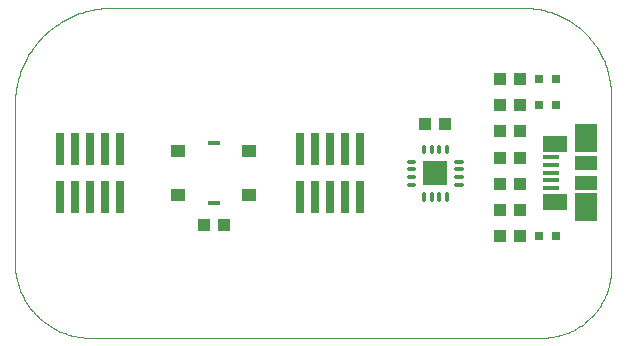
<source format=gtp>
G75*
%MOIN*%
%OFA0B0*%
%FSLAX25Y25*%
%IPPOS*%
%LPD*%
%AMOC8*
5,1,8,0,0,1.08239X$1,22.5*
%
%ADD10C,0.00000*%
%ADD11R,0.03000X0.11000*%
%ADD12R,0.05433X0.01772*%
%ADD13R,0.08268X0.05807*%
%ADD14R,0.07480X0.09350*%
%ADD15R,0.07480X0.04626*%
%ADD16R,0.03937X0.04331*%
%ADD17R,0.04331X0.03937*%
%ADD18C,0.01033*%
%ADD19R,0.08465X0.08465*%
%ADD20R,0.03150X0.03150*%
%ADD21R,0.04724X0.03937*%
%ADD22R,0.04724X0.04331*%
%ADD23R,0.03937X0.01772*%
D10*
X0026500Y0001500D02*
X0177172Y0001500D01*
X0177728Y0001507D01*
X0178285Y0001527D01*
X0178840Y0001560D01*
X0179395Y0001608D01*
X0179948Y0001668D01*
X0180499Y0001742D01*
X0181049Y0001829D01*
X0181596Y0001929D01*
X0182141Y0002043D01*
X0182683Y0002169D01*
X0183222Y0002309D01*
X0183757Y0002462D01*
X0184288Y0002627D01*
X0184816Y0002805D01*
X0185338Y0002997D01*
X0185856Y0003200D01*
X0186369Y0003416D01*
X0186876Y0003645D01*
X0187378Y0003885D01*
X0187874Y0004138D01*
X0188364Y0004402D01*
X0188847Y0004679D01*
X0189323Y0004967D01*
X0189792Y0005266D01*
X0190254Y0005577D01*
X0190708Y0005898D01*
X0191154Y0006231D01*
X0191592Y0006574D01*
X0192022Y0006928D01*
X0192443Y0007292D01*
X0192855Y0007666D01*
X0193258Y0008049D01*
X0193652Y0008443D01*
X0194035Y0008846D01*
X0194409Y0009258D01*
X0194773Y0009679D01*
X0195127Y0010109D01*
X0195470Y0010547D01*
X0195803Y0010993D01*
X0196124Y0011447D01*
X0196435Y0011909D01*
X0196734Y0012378D01*
X0197022Y0012854D01*
X0197299Y0013337D01*
X0197563Y0013827D01*
X0197816Y0014323D01*
X0198056Y0014825D01*
X0198285Y0015332D01*
X0198501Y0015845D01*
X0198704Y0016363D01*
X0198896Y0016885D01*
X0199074Y0017413D01*
X0199239Y0017944D01*
X0199392Y0018479D01*
X0199532Y0019018D01*
X0199658Y0019560D01*
X0199772Y0020105D01*
X0199872Y0020652D01*
X0199959Y0021202D01*
X0200033Y0021753D01*
X0200093Y0022306D01*
X0200141Y0022861D01*
X0200174Y0023416D01*
X0200194Y0023973D01*
X0200201Y0024529D01*
X0200201Y0082276D01*
X0200192Y0082981D01*
X0200167Y0083686D01*
X0200124Y0084390D01*
X0200065Y0085093D01*
X0199988Y0085794D01*
X0199895Y0086493D01*
X0199784Y0087189D01*
X0199657Y0087883D01*
X0199513Y0088573D01*
X0199353Y0089260D01*
X0199176Y0089943D01*
X0198982Y0090621D01*
X0198773Y0091294D01*
X0198547Y0091962D01*
X0198305Y0092625D01*
X0198046Y0093281D01*
X0197773Y0093931D01*
X0197483Y0094574D01*
X0197178Y0095210D01*
X0196858Y0095838D01*
X0196523Y0096459D01*
X0196173Y0097071D01*
X0195808Y0097675D01*
X0195429Y0098269D01*
X0195035Y0098854D01*
X0194627Y0099430D01*
X0194206Y0099995D01*
X0193771Y0100551D01*
X0193323Y0101095D01*
X0192862Y0101629D01*
X0192388Y0102151D01*
X0191901Y0102661D01*
X0191402Y0103160D01*
X0190892Y0103647D01*
X0190370Y0104121D01*
X0189836Y0104582D01*
X0189292Y0105030D01*
X0188736Y0105465D01*
X0188171Y0105886D01*
X0187595Y0106294D01*
X0187010Y0106688D01*
X0186416Y0107067D01*
X0185812Y0107432D01*
X0185200Y0107782D01*
X0184579Y0108117D01*
X0183951Y0108437D01*
X0183315Y0108742D01*
X0182672Y0109032D01*
X0182022Y0109305D01*
X0181366Y0109564D01*
X0180703Y0109806D01*
X0180035Y0110032D01*
X0179362Y0110241D01*
X0178684Y0110435D01*
X0178001Y0110612D01*
X0177314Y0110772D01*
X0176624Y0110916D01*
X0175930Y0111043D01*
X0175234Y0111154D01*
X0174535Y0111247D01*
X0173834Y0111324D01*
X0173131Y0111383D01*
X0172427Y0111426D01*
X0171722Y0111451D01*
X0171017Y0111460D01*
X0171017Y0111461D02*
X0033692Y0111461D01*
X0032914Y0111452D01*
X0032137Y0111423D01*
X0031360Y0111376D01*
X0030585Y0111311D01*
X0029812Y0111226D01*
X0029041Y0111123D01*
X0028272Y0111001D01*
X0027507Y0110861D01*
X0026745Y0110703D01*
X0025988Y0110526D01*
X0025235Y0110330D01*
X0024487Y0110117D01*
X0023744Y0109885D01*
X0023007Y0109636D01*
X0022277Y0109369D01*
X0021553Y0109084D01*
X0020836Y0108782D01*
X0020126Y0108463D01*
X0019425Y0108127D01*
X0018732Y0107774D01*
X0018047Y0107404D01*
X0017372Y0107018D01*
X0016706Y0106615D01*
X0016050Y0106197D01*
X0015405Y0105762D01*
X0014770Y0105313D01*
X0014146Y0104848D01*
X0013534Y0104368D01*
X0012933Y0103874D01*
X0012345Y0103365D01*
X0011769Y0102842D01*
X0011206Y0102306D01*
X0010655Y0101755D01*
X0010119Y0101192D01*
X0009596Y0100616D01*
X0009087Y0100028D01*
X0008593Y0099427D01*
X0008113Y0098815D01*
X0007648Y0098191D01*
X0007199Y0097556D01*
X0006764Y0096911D01*
X0006346Y0096255D01*
X0005943Y0095589D01*
X0005557Y0094914D01*
X0005187Y0094229D01*
X0004834Y0093536D01*
X0004498Y0092835D01*
X0004179Y0092125D01*
X0003877Y0091408D01*
X0003592Y0090684D01*
X0003325Y0089954D01*
X0003076Y0089217D01*
X0002844Y0088474D01*
X0002631Y0087726D01*
X0002435Y0086973D01*
X0002258Y0086216D01*
X0002100Y0085454D01*
X0001960Y0084689D01*
X0001838Y0083920D01*
X0001735Y0083149D01*
X0001650Y0082376D01*
X0001585Y0081601D01*
X0001538Y0080824D01*
X0001509Y0080047D01*
X0001500Y0079269D01*
X0001500Y0026500D01*
X0001507Y0025896D01*
X0001529Y0025292D01*
X0001566Y0024689D01*
X0001617Y0024087D01*
X0001682Y0023487D01*
X0001762Y0022888D01*
X0001857Y0022291D01*
X0001966Y0021697D01*
X0002089Y0021105D01*
X0002226Y0020517D01*
X0002378Y0019932D01*
X0002544Y0019351D01*
X0002724Y0018775D01*
X0002917Y0018202D01*
X0003125Y0017635D01*
X0003346Y0017073D01*
X0003580Y0016516D01*
X0003828Y0015965D01*
X0004089Y0015420D01*
X0004364Y0014882D01*
X0004651Y0014350D01*
X0004951Y0013826D01*
X0005263Y0013309D01*
X0005588Y0012800D01*
X0005925Y0012298D01*
X0006275Y0011805D01*
X0006636Y0011321D01*
X0007008Y0010845D01*
X0007392Y0010379D01*
X0007787Y0009922D01*
X0008193Y0009475D01*
X0008610Y0009037D01*
X0009037Y0008610D01*
X0009475Y0008193D01*
X0009922Y0007787D01*
X0010379Y0007392D01*
X0010845Y0007008D01*
X0011321Y0006636D01*
X0011805Y0006275D01*
X0012298Y0005925D01*
X0012800Y0005588D01*
X0013309Y0005263D01*
X0013826Y0004951D01*
X0014350Y0004651D01*
X0014882Y0004364D01*
X0015420Y0004089D01*
X0015965Y0003828D01*
X0016516Y0003580D01*
X0017073Y0003346D01*
X0017635Y0003125D01*
X0018202Y0002917D01*
X0018775Y0002724D01*
X0019351Y0002544D01*
X0019932Y0002378D01*
X0020517Y0002226D01*
X0021105Y0002089D01*
X0021697Y0001966D01*
X0022291Y0001857D01*
X0022888Y0001762D01*
X0023487Y0001682D01*
X0024087Y0001617D01*
X0024689Y0001566D01*
X0025292Y0001529D01*
X0025896Y0001507D01*
X0026500Y0001500D01*
D11*
X0026500Y0048500D03*
X0021500Y0048500D03*
X0016500Y0048500D03*
X0031500Y0048500D03*
X0036500Y0048500D03*
X0036500Y0064500D03*
X0031500Y0064500D03*
X0026500Y0064500D03*
X0021500Y0064500D03*
X0016500Y0064500D03*
X0096500Y0064500D03*
X0101500Y0064500D03*
X0106500Y0064500D03*
X0111500Y0064500D03*
X0116500Y0064500D03*
X0116500Y0048500D03*
X0111500Y0048500D03*
X0106500Y0048500D03*
X0101500Y0048500D03*
X0096500Y0048500D03*
D12*
X0180250Y0051382D03*
X0180250Y0053941D03*
X0180250Y0056500D03*
X0180250Y0059059D03*
X0180250Y0061618D03*
D13*
X0181667Y0066195D03*
X0181667Y0046805D03*
D14*
X0192022Y0045033D03*
X0192022Y0067967D03*
D15*
X0192022Y0059797D03*
X0192022Y0053203D03*
D16*
X0169846Y0052750D03*
X0163154Y0052750D03*
X0163154Y0061500D03*
X0169846Y0061500D03*
X0169846Y0079000D03*
X0163154Y0079000D03*
X0163154Y0087750D03*
X0169846Y0087750D03*
X0169846Y0035250D03*
X0163154Y0035250D03*
X0071096Y0039000D03*
X0064404Y0039000D03*
D17*
X0138154Y0072750D03*
X0144846Y0072750D03*
X0163154Y0070250D03*
X0169846Y0070250D03*
X0169846Y0044000D03*
X0163154Y0044000D03*
D18*
X0150433Y0052834D02*
X0148315Y0052834D01*
X0150433Y0052834D02*
X0150433Y0052488D01*
X0148315Y0052488D01*
X0148315Y0052834D01*
X0148315Y0055393D02*
X0150433Y0055393D01*
X0150433Y0055047D01*
X0148315Y0055047D01*
X0148315Y0055393D01*
X0148315Y0057953D02*
X0150433Y0057953D01*
X0150433Y0057607D01*
X0148315Y0057607D01*
X0148315Y0057953D01*
X0148315Y0060512D02*
X0150433Y0060512D01*
X0150433Y0060166D01*
X0148315Y0060166D01*
X0148315Y0060512D01*
X0145166Y0063315D02*
X0145166Y0065433D01*
X0145512Y0065433D01*
X0145512Y0063315D01*
X0145166Y0063315D01*
X0145166Y0064296D02*
X0145512Y0064296D01*
X0145512Y0065277D02*
X0145166Y0065277D01*
X0142607Y0065433D02*
X0142607Y0063315D01*
X0142607Y0065433D02*
X0142953Y0065433D01*
X0142953Y0063315D01*
X0142607Y0063315D01*
X0142607Y0064296D02*
X0142953Y0064296D01*
X0142953Y0065277D02*
X0142607Y0065277D01*
X0140047Y0065433D02*
X0140047Y0063315D01*
X0140047Y0065433D02*
X0140393Y0065433D01*
X0140393Y0063315D01*
X0140047Y0063315D01*
X0140047Y0064296D02*
X0140393Y0064296D01*
X0140393Y0065277D02*
X0140047Y0065277D01*
X0137488Y0065433D02*
X0137488Y0063315D01*
X0137488Y0065433D02*
X0137834Y0065433D01*
X0137834Y0063315D01*
X0137488Y0063315D01*
X0137488Y0064296D02*
X0137834Y0064296D01*
X0137834Y0065277D02*
X0137488Y0065277D01*
X0134685Y0060166D02*
X0132567Y0060166D01*
X0132567Y0060512D01*
X0134685Y0060512D01*
X0134685Y0060166D01*
X0134685Y0057607D02*
X0132567Y0057607D01*
X0132567Y0057953D01*
X0134685Y0057953D01*
X0134685Y0057607D01*
X0134685Y0055047D02*
X0132567Y0055047D01*
X0132567Y0055393D01*
X0134685Y0055393D01*
X0134685Y0055047D01*
X0134685Y0052488D02*
X0132567Y0052488D01*
X0132567Y0052834D01*
X0134685Y0052834D01*
X0134685Y0052488D01*
X0137834Y0049685D02*
X0137834Y0047567D01*
X0137488Y0047567D01*
X0137488Y0049685D01*
X0137834Y0049685D01*
X0137834Y0048548D02*
X0137488Y0048548D01*
X0137488Y0049529D02*
X0137834Y0049529D01*
X0140393Y0049685D02*
X0140393Y0047567D01*
X0140047Y0047567D01*
X0140047Y0049685D01*
X0140393Y0049685D01*
X0140393Y0048548D02*
X0140047Y0048548D01*
X0140047Y0049529D02*
X0140393Y0049529D01*
X0142953Y0049685D02*
X0142953Y0047567D01*
X0142607Y0047567D01*
X0142607Y0049685D01*
X0142953Y0049685D01*
X0142953Y0048548D02*
X0142607Y0048548D01*
X0142607Y0049529D02*
X0142953Y0049529D01*
X0145512Y0049685D02*
X0145512Y0047567D01*
X0145166Y0047567D01*
X0145166Y0049685D01*
X0145512Y0049685D01*
X0145512Y0048548D02*
X0145166Y0048548D01*
X0145166Y0049529D02*
X0145512Y0049529D01*
D19*
X0141500Y0056500D03*
D20*
X0176047Y0035250D03*
X0181953Y0035250D03*
X0181953Y0079000D03*
X0176047Y0079000D03*
X0176047Y0087750D03*
X0181953Y0087750D03*
D21*
X0055939Y0049217D03*
D22*
X0079561Y0049217D03*
X0079561Y0063783D03*
X0055939Y0063783D03*
D23*
X0067750Y0066441D03*
X0067750Y0046559D03*
M02*

</source>
